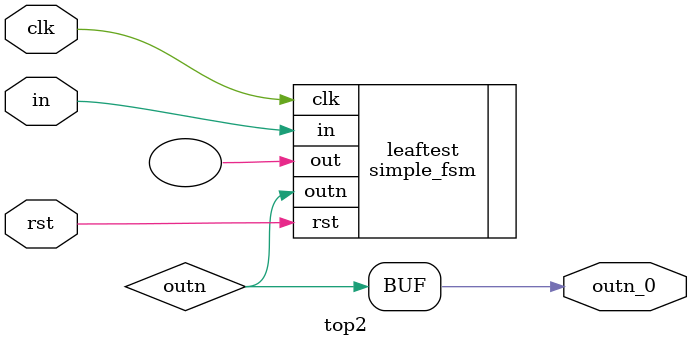
<source format=v>
module top2(
    input wire clk,
    input wire rst,
    input wire in,
    output wire outn_0
);

simple_fsm leaftest (
    .clk(clk),
    .rst(rst),
    .in(in),
    .out(),
    .outn(outn),
);

    assign outn_0 = outn;

endmodule

</source>
